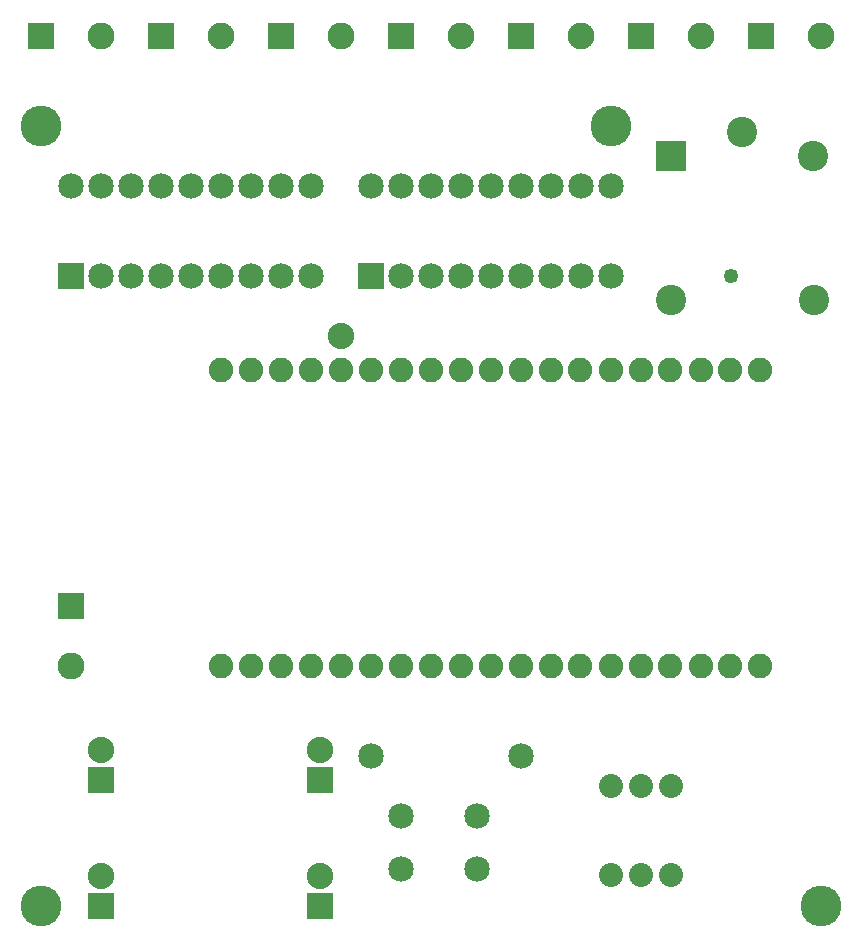
<source format=gts>
G04 MADE WITH FRITZING*
G04 WWW.FRITZING.ORG*
G04 DOUBLE SIDED*
G04 HOLES PLATED*
G04 CONTOUR ON CENTER OF CONTOUR VECTOR*
%ASAXBY*%
%FSLAX23Y23*%
%MOIN*%
%OFA0B0*%
%SFA1.0B1.0*%
%ADD10C,0.101180*%
%ADD11C,0.049370*%
%ADD12C,0.081824*%
%ADD13C,0.085000*%
%ADD14C,0.090000*%
%ADD15C,0.089370*%
%ADD16C,0.088000*%
%ADD17C,0.080277*%
%ADD18C,0.135984*%
%ADD19R,0.101000X0.101000*%
%ADD20R,0.085000X0.085000*%
%ADD21R,0.090000X0.090000*%
%ADD22R,0.089370X0.089370*%
%ADD23R,0.088000X0.088000*%
%LNMASK1*%
G90*
G70*
G54D10*
X2299Y2731D03*
X2298Y2251D03*
X2776Y2251D03*
X2771Y2731D03*
X2535Y2810D03*
G54D11*
X2499Y2331D03*
G54D12*
X2597Y2017D03*
X2497Y2017D03*
X2398Y2017D03*
X2297Y2017D03*
X2198Y2017D03*
X2098Y2017D03*
X1997Y2017D03*
X1898Y2017D03*
X1798Y2017D03*
X1698Y2017D03*
X1598Y2017D03*
X1498Y2017D03*
X1398Y2017D03*
X1298Y2017D03*
X1198Y2017D03*
X1098Y2017D03*
X999Y2017D03*
X898Y2017D03*
X798Y2017D03*
X798Y1032D03*
X898Y1032D03*
X999Y1032D03*
X1098Y1032D03*
X1198Y1032D03*
X1298Y1032D03*
X1398Y1032D03*
X1498Y1032D03*
X1598Y1032D03*
X1698Y1032D03*
X1798Y1032D03*
X1898Y1032D03*
X1997Y1032D03*
X2098Y1032D03*
X2198Y1032D03*
X2297Y1032D03*
X2398Y1032D03*
X2497Y1032D03*
X2597Y1032D03*
G54D13*
X299Y2331D03*
X299Y2631D03*
X399Y2331D03*
X399Y2631D03*
X499Y2331D03*
X499Y2631D03*
X599Y2331D03*
X599Y2631D03*
X699Y2331D03*
X699Y2631D03*
X799Y2331D03*
X799Y2631D03*
X899Y2331D03*
X899Y2631D03*
X999Y2331D03*
X999Y2631D03*
X1099Y2331D03*
X1099Y2631D03*
X1299Y2331D03*
X1299Y2631D03*
X1399Y2331D03*
X1399Y2631D03*
X1499Y2331D03*
X1499Y2631D03*
X1599Y2331D03*
X1599Y2631D03*
X1699Y2331D03*
X1699Y2631D03*
X1799Y2331D03*
X1799Y2631D03*
X1899Y2331D03*
X1899Y2631D03*
X1999Y2331D03*
X1999Y2631D03*
X2099Y2331D03*
X2099Y2631D03*
G54D14*
X199Y3131D03*
X399Y3131D03*
X1399Y3131D03*
X1599Y3131D03*
G54D15*
X599Y3131D03*
X799Y3131D03*
X1799Y3131D03*
X1999Y3131D03*
G54D14*
X2599Y3131D03*
X2799Y3131D03*
X999Y3131D03*
X1199Y3131D03*
X2199Y3131D03*
X2399Y3131D03*
G54D16*
X1199Y2131D03*
G54D17*
X2099Y333D03*
X2099Y631D03*
X2198Y333D03*
X2198Y631D03*
X2298Y333D03*
X2298Y631D03*
G54D16*
X399Y751D03*
X399Y331D03*
X1129Y751D03*
X1129Y651D03*
X1129Y331D03*
X399Y651D03*
X399Y231D03*
X1129Y231D03*
G54D14*
X299Y1231D03*
X299Y1031D03*
G54D13*
X1654Y354D03*
X1399Y354D03*
X1654Y531D03*
X1399Y531D03*
X1299Y731D03*
X1799Y731D03*
G54D18*
X199Y231D03*
X2099Y2831D03*
X2799Y231D03*
X199Y2831D03*
G54D19*
X2298Y2731D03*
G54D20*
X299Y2331D03*
X1299Y2331D03*
G54D21*
X199Y3131D03*
X1399Y3131D03*
G54D22*
X599Y3131D03*
X1799Y3131D03*
G54D21*
X2599Y3131D03*
X999Y3131D03*
X2199Y3131D03*
G54D23*
X1130Y651D03*
X399Y651D03*
X399Y231D03*
X1130Y231D03*
G54D21*
X299Y1231D03*
G04 End of Mask1*
M02*
</source>
